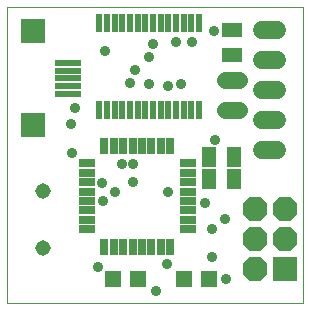
<source format=gts>
G75*
G70*
%OFA0B0*%
%FSLAX24Y24*%
%IPPOS*%
%LPD*%
%AMOC8*
5,1,8,0,0,1.08239X$1,22.5*
%
%ADD10C,0.0000*%
%ADD11R,0.0580X0.0300*%
%ADD12R,0.0300X0.0580*%
%ADD13C,0.0518*%
%ADD14C,0.0598*%
%ADD15C,0.0558*%
%ADD16R,0.0820X0.0820*%
%ADD17OC8,0.0820*%
%ADD18R,0.0552X0.0552*%
%ADD19R,0.0513X0.0671*%
%ADD20R,0.0671X0.0513*%
%ADD21R,0.0217X0.0630*%
%ADD22R,0.0867X0.0237*%
%ADD23R,0.0828X0.0789*%
%ADD24C,0.0356*%
D10*
X000363Y000479D02*
X000363Y010322D01*
X010205Y010322D01*
X010205Y000479D01*
X000363Y000479D01*
D11*
X003003Y002920D03*
X003003Y003235D03*
X003003Y003550D03*
X003003Y003865D03*
X003003Y004180D03*
X003003Y004495D03*
X003003Y004810D03*
X003003Y005125D03*
X006383Y005125D03*
X006383Y004810D03*
X006383Y004495D03*
X006383Y004180D03*
X006383Y003865D03*
X006383Y003550D03*
X006383Y003235D03*
X006383Y002920D03*
D12*
X005796Y002333D03*
X005481Y002333D03*
X005166Y002333D03*
X004851Y002333D03*
X004536Y002333D03*
X004221Y002333D03*
X003906Y002333D03*
X003591Y002333D03*
X003591Y005713D03*
X003906Y005713D03*
X004221Y005713D03*
X004536Y005713D03*
X004851Y005713D03*
X005166Y005713D03*
X005481Y005713D03*
X005796Y005713D03*
D13*
X001544Y004185D03*
X001544Y002285D03*
D14*
X008840Y005566D02*
X009358Y005566D01*
X009358Y006566D02*
X008840Y006566D01*
X008840Y007566D02*
X009358Y007566D01*
X009358Y008566D02*
X008840Y008566D01*
X008840Y009566D02*
X009358Y009566D01*
D15*
X008082Y007908D02*
X007604Y007908D01*
X007604Y006908D02*
X008082Y006908D01*
D16*
X009603Y001605D03*
D17*
X008603Y001605D03*
X008603Y002605D03*
X009603Y002605D03*
X009603Y003605D03*
X008603Y003605D03*
D18*
X007075Y001267D03*
X006249Y001267D03*
X004713Y001267D03*
X003886Y001267D03*
D19*
X007075Y004613D03*
X007902Y004613D03*
X007902Y005322D03*
X007075Y005322D03*
D20*
X007843Y008727D03*
X007843Y009554D03*
D21*
X006751Y009793D03*
X006495Y009793D03*
X006239Y009793D03*
X005983Y009793D03*
X005727Y009793D03*
X005471Y009793D03*
X005215Y009793D03*
X004959Y009793D03*
X004703Y009793D03*
X004447Y009793D03*
X004191Y009793D03*
X003936Y009793D03*
X003680Y009793D03*
X003424Y009793D03*
X003424Y006914D03*
X003680Y006914D03*
X003936Y006914D03*
X004191Y006914D03*
X004447Y006914D03*
X004703Y006914D03*
X004959Y006914D03*
X005215Y006914D03*
X005471Y006914D03*
X005727Y006914D03*
X005983Y006914D03*
X006239Y006914D03*
X006495Y006914D03*
X006751Y006914D03*
D22*
X002371Y007448D03*
X002371Y007704D03*
X002371Y007960D03*
X002371Y008215D03*
X002371Y008471D03*
D23*
X001209Y009534D03*
X001209Y006385D03*
D24*
X002489Y006424D03*
X002607Y006975D03*
X002528Y005479D03*
X003512Y004456D03*
X003945Y004180D03*
X003552Y003865D03*
X004536Y004495D03*
X004536Y005086D03*
X004182Y005086D03*
X005717Y004180D03*
X006938Y003786D03*
X007607Y003275D03*
X007174Y002920D03*
X007174Y002015D03*
X007646Y001267D03*
X005678Y001778D03*
X005323Y000873D03*
X003394Y001660D03*
X007292Y005912D03*
X005717Y007684D03*
X006150Y007763D03*
X005087Y007763D03*
X004615Y008235D03*
X004457Y007802D03*
X005087Y008668D03*
X005205Y009101D03*
X005993Y009180D03*
X006504Y009180D03*
X007252Y009534D03*
X003630Y008865D03*
M02*

</source>
